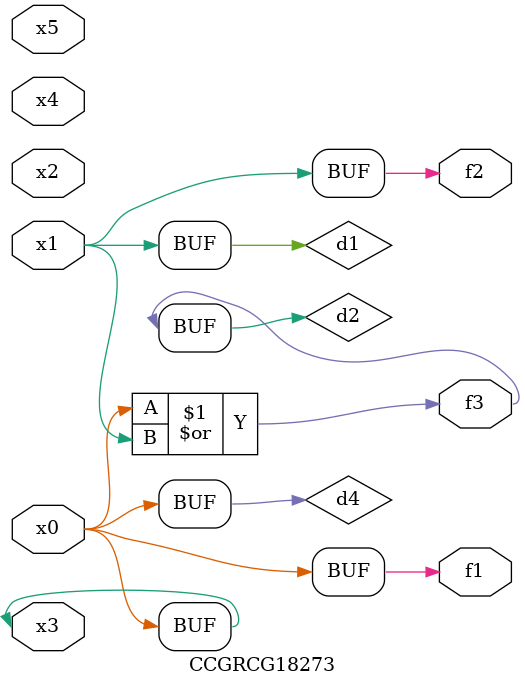
<source format=v>
module CCGRCG18273(
	input x0, x1, x2, x3, x4, x5,
	output f1, f2, f3
);

	wire d1, d2, d3, d4;

	and (d1, x1);
	or (d2, x0, x1);
	nand (d3, x0, x5);
	buf (d4, x0, x3);
	assign f1 = d4;
	assign f2 = d1;
	assign f3 = d2;
endmodule

</source>
